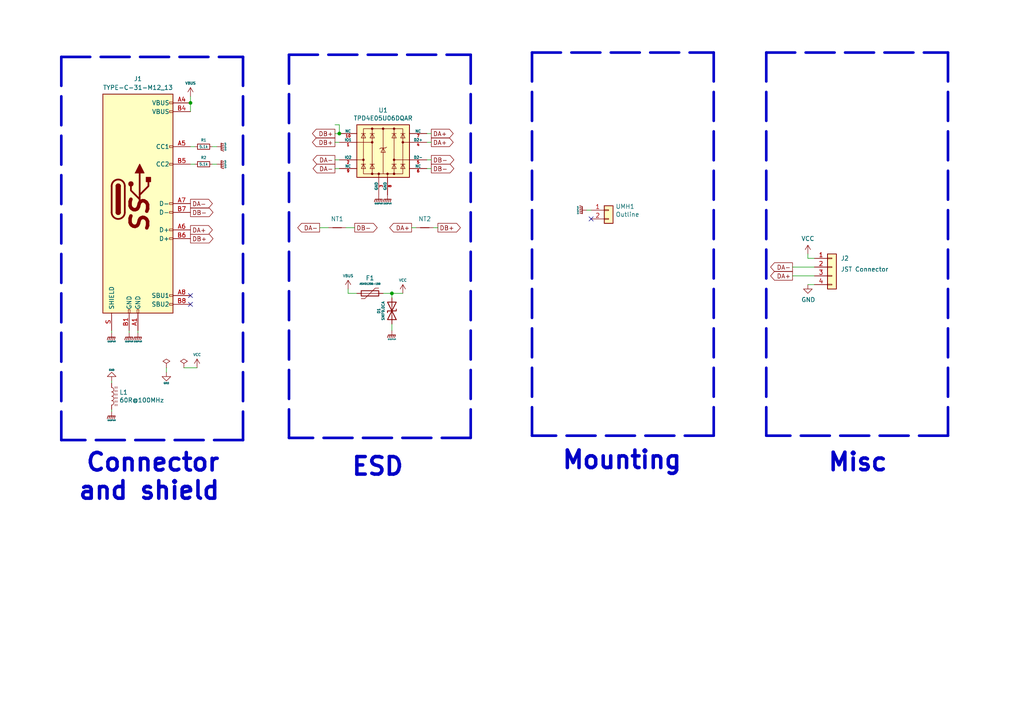
<source format=kicad_sch>
(kicad_sch (version 20211123) (generator eeschema)
  (paper "A4")
  (title_block (title "Unified Daughterboard") (date "2020-03-22") (rev "C3") (company "Designed by the keyboard community"))
  (lib_symbols
    (symbol "Connector_Generic:Conn_01x02" (pin_names (offset 1.016) hide)
      (property "Reference" "J" (at 0 2.54 0))
      (property "Value" "Conn_01x02" (at 0 -5.08 0))
      (symbol "Conn_01x02_1_1"
        (rectangle (start -1.27 -2.413) (end 0 -2.667) (stroke (width 0.1524)))
        (rectangle (start -1.27 0.127) (end 0 -0.127) (stroke (width 0.1524)))
        (rectangle (start -1.27 1.27) (end 1.27 -3.81) (stroke (width 0.254)) (fill (type background)))
        (pin passive line (at -5.08 0 0) (length 3.81) (name "Pin_1") (number "1"))
        (pin passive line (at -5.08 -2.54 0) (length 3.81) (name "Pin_2") (number "2"))
      )
    )
    (symbol "Connector_Generic:Conn_01x04" (pin_names (offset 1.016) hide)
      (property "Reference" "J" (at 0 5.08 0))
      (property "Value" "Conn_01x04" (at 0 -7.62 0))
      (symbol "Conn_01x04_1_1"
        (rectangle (start -1.27 -4.953) (end 0 -5.207) (stroke (width 0.1524)))
        (rectangle (start -1.27 -2.413) (end 0 -2.667) (stroke (width 0.1524)))
        (rectangle (start -1.27 0.127) (end 0 -0.127) (stroke (width 0.1524)))
        (rectangle (start -1.27 2.667) (end 0 2.413) (stroke (width 0.1524)))
        (rectangle (start -1.27 3.81) (end 1.27 -6.35) (stroke (width 0.254)) (fill (type background)))
        (pin passive line (at -5.08 2.54 0) (length 3.81) (name "Pin_1") (number "1"))
        (pin passive line (at -5.08 0 0) (length 3.81) (name "Pin_2") (number "2"))
        (pin passive line (at -5.08 -2.54 0) (length 3.81) (name "Pin_3") (number "3"))
        (pin passive line (at -5.08 -5.08 0) (length 3.81) (name "Pin_4") (number "4"))
      )
    )
    (symbol "Device:D_TVS" (pin_numbers hide) (pin_names (offset 1.016) hide)
      (property "Reference" "D" (at 0 2.54 0))
      (property "Value" "D_TVS" (at 0 -2.54 0))
      (symbol "D_TVS_0_1"
        (polyline (pts (xy 1.27 0) (xy -1.27 0)))
        (polyline (pts (xy 0.508 1.27) (xy 0 1.27) (xy 0 -1.27) (xy -0.508 -1.27)) (stroke (width 0.254)))
        (polyline (pts (xy -2.54 1.27) (xy -2.54 -1.27) (xy 2.54 1.27) (xy 2.54 -1.27) (xy -2.54 1.27)) (stroke (width 0.254)))
      )
      (symbol "D_TVS_1_1"
        (pin passive line (at -3.81 0 0) (length 2.54) (name "A1") (number "1"))
        (pin passive line (at 3.81 0 180) (length 2.54) (name "A2") (number "2"))
      )
    )
    (symbol "Device:L_Ferrite" (pin_numbers hide) (pin_names (offset 1.016) hide)
      (property "Reference" "L" (at -1.27 0 90))
      (property "Value" "L_Ferrite" (at 2.794 0 90))
      (symbol "L_Ferrite_0_1"
        (arc (start 0 -2.54) (mid 0.635 -1.905) (end 0 -1.27))
        (arc (start 0 -1.27) (mid 0.635 -0.635) (end 0 0))
        (polyline (pts (xy 1.016 -2.794) (xy 1.016 -2.286)))
        (polyline (pts (xy 1.016 -1.778) (xy 1.016 -1.27)))
        (polyline (pts (xy 1.016 -0.762) (xy 1.016 -0.254)))
        (polyline (pts (xy 1.016 0.254) (xy 1.016 0.762)))
        (polyline (pts (xy 1.016 1.27) (xy 1.016 1.778)))
        (polyline (pts (xy 1.016 2.286) (xy 1.016 2.794)))
        (polyline (pts (xy 1.524 -2.286) (xy 1.524 -2.794)))
        (polyline (pts (xy 1.524 -1.27) (xy 1.524 -1.778)))
        (polyline (pts (xy 1.524 -0.254) (xy 1.524 -0.762)))
        (polyline (pts (xy 1.524 0.762) (xy 1.524 0.254)))
        (polyline (pts (xy 1.524 1.778) (xy 1.524 1.27)))
        (polyline (pts (xy 1.524 2.794) (xy 1.524 2.286)))
        (arc (start 0 0) (mid 0.635 0.635) (end 0 1.27))
        (arc (start 0 1.27) (mid 0.635 1.905) (end 0 2.54))
      )
      (symbol "L_Ferrite_1_1"
        (pin passive line (at 0 3.81 270) (length 1.27) (name "1") (number "1"))
        (pin passive line (at 0 -3.81 90) (length 1.27) (name "2") (number "2"))
      )
    )
    (symbol "Device:NetTie_2" (pin_numbers hide) (pin_names (offset 0) hide)
      (property "Reference" "NT" (at 0 1.27 0))
      (property "Value" "NetTie_2" (at 0 -1.27 0))
      (symbol "NetTie_2_0_1"
        (polyline (pts (xy -1.27 0) (xy 1.27 0)) (stroke (width 0.254)))
      )
      (symbol "NetTie_2_1_1"
        (pin passive line (at -2.54 0 0) (length 2.54) (name "1") (number "1"))
        (pin passive line (at 2.54 0 180) (length 2.54) (name "2") (number "2"))
      )
    )
    (symbol "Device:Polyfuse" (pin_numbers hide) (pin_names (offset 0))
      (property "Reference" "F" (at -2.54 0 90))
      (property "Value" "Polyfuse" (at 2.54 0 90))
      (symbol "Polyfuse_0_1"
        (rectangle (start -0.762 2.54) (end 0.762 -2.54) (stroke (width 0.254)))
        (polyline (pts (xy 0 2.54) (xy 0 -2.54)))
        (polyline (pts (xy -1.524 2.54) (xy -1.524 1.524) (xy 1.524 -1.524) (xy 1.524 -2.54)))
      )
      (symbol "Polyfuse_1_1"
        (pin passive line (at 0 3.81 270) (length 1.27) (name "~") (number "1"))
        (pin passive line (at 0 -3.81 90) (length 1.27) (name "~") (number "2"))
      )
    )
    (symbol "Device:R_Small" (pin_numbers hide) (pin_names (offset 0.254) hide)
      (property "Reference" "R" (at 0.762 0.508 0))
      (property "Value" "R_Small" (at 0.762 -1.016 0))
      (symbol "R_Small_0_1"
        (rectangle (start -0.762 1.778) (end 0.762 -1.778) (stroke (width 0.2032)))
      )
      (symbol "R_Small_1_1"
        (pin passive line (at 0 2.54 270) (length 0.762) (name "~") (number "1"))
        (pin passive line (at 0 -2.54 90) (length 0.762) (name "~") (number "2"))
      )
    )
    (symbol "acheronSymbols:TPD4E05U06DQAR" (pin_names (offset 0))
      (property "Reference" "U" (at 0 12.7 0))
      (property "Value" "TPD4E05U06DQAR" (at 0 10.16 0))
      (symbol "TPD4E05U06DQAR_0_0"
        (rectangle (start -5.715 6.477) (end 5.715 -6.604))
        (polyline (pts (xy -3.175 -6.604) (xy -3.175 6.477)))
        (polyline (pts (xy 0 6.477) (xy 0 -6.604)))
        (polyline (pts (xy 3.175 6.477) (xy 3.175 -6.604)))
      )
      (symbol "TPD4E05U06DQAR_0_1"
        (rectangle (start -7.62 7.62) (end 7.62 -7.62) (stroke (width 0.254)) (fill (type background)))
        (circle (center -5.715 -2.54) (radius 0.2794) (fill (type outline)))
        (circle (center -3.175 -6.604) (radius 0.2794) (fill (type outline)))
        (circle (center -3.175 2.54) (radius 0.2794) (fill (type outline)))
        (circle (center -3.175 6.477) (radius 0.2794) (fill (type outline)))
        (circle (center -1.27 -6.604) (radius 0.2794) (fill (type outline)))
        (polyline (pts (xy -7.747 2.54) (xy -3.175 2.54)))
        (polyline (pts (xy -7.62 -2.54) (xy -5.715 -2.54)))
        (polyline (pts (xy -5.08 -3.81) (xy -6.35 -3.81)))
        (polyline (pts (xy -5.08 5.08) (xy -6.35 5.08)))
        (polyline (pts (xy -2.54 -3.81) (xy -3.81 -3.81)))
        (polyline (pts (xy -2.54 5.08) (xy -3.81 5.08)))
        (polyline (pts (xy -1.27 -6.604) (xy -1.27 -7.62)))
        (polyline (pts (xy -0.635 0.889) (xy -1.016 0.635)))
        (polyline (pts (xy 0.635 0.889) (xy -0.635 0.889)))
        (polyline (pts (xy 0.635 0.889) (xy 1.016 1.143)))
        (polyline (pts (xy 3.81 -3.81) (xy 2.54 -3.81)))
        (polyline (pts (xy 3.81 5.08) (xy 2.54 5.08)))
        (polyline (pts (xy 6.35 -3.81) (xy 5.08 -3.81)))
        (polyline (pts (xy 6.35 5.08) (xy 5.08 5.08)))
        (polyline (pts (xy 7.62 -2.54) (xy 3.175 -2.54)))
        (polyline (pts (xy 7.62 2.54) (xy 5.715 2.54)))
        (polyline (pts (xy -5.08 -5.08) (xy -6.35 -5.08) (xy -5.715 -3.81) (xy -5.08 -5.08)))
        (polyline (pts (xy -5.08 3.81) (xy -6.35 3.81) (xy -5.715 5.08) (xy -5.08 3.81)))
        (polyline (pts (xy -2.54 -5.08) (xy -3.81 -5.08) (xy -3.175 -3.81) (xy -2.54 -5.08)))
        (polyline (pts (xy -2.54 3.81) (xy -3.81 3.81) (xy -3.175 5.08) (xy -2.54 3.81)))
        (polyline (pts (xy 0.635 -0.381) (xy -0.635 -0.381) (xy 0 0.889) (xy 0.635 -0.381)))
        (polyline (pts (xy 3.81 -5.08) (xy 2.54 -5.08) (xy 3.175 -3.81) (xy 3.81 -5.08)))
        (polyline (pts (xy 3.81 3.81) (xy 2.54 3.81) (xy 3.175 5.08) (xy 3.81 3.81)))
        (polyline (pts (xy 6.35 -5.08) (xy 5.08 -5.08) (xy 5.715 -3.81) (xy 6.35 -5.08)))
        (polyline (pts (xy 6.35 3.81) (xy 5.08 3.81) (xy 5.715 5.08) (xy 6.35 3.81)))
        (circle (center 0 6.477) (radius 0.2794) (fill (type outline)))
        (circle (center 3.175 -6.604) (radius 0.2794) (fill (type outline)))
        (circle (center 3.175 -2.54) (radius 0.2794) (fill (type outline)))
        (circle (center 3.175 6.477) (radius 0.2794) (fill (type outline)))
        (circle (center 5.715 2.54) (radius 0.2794) (fill (type outline)))
      )
      (symbol "TPD4E05U06DQAR_1_1"
        (polyline (pts (xy 1.27 -6.604) (xy 1.27 -7.62)))
        (circle (center 1.27 -6.604) (radius 0.2794) (fill (type outline)))
        (pin bidirectional line (at -12.7 2.54 0) (length 5.08) (name "IO1") (number "1"))
        (pin bidirectional line (at -12.7 5.08 0) (length 5.08) (name "NC") (number "10"))
        (pin bidirectional line (at -12.7 -2.54 0) (length 5.08) (name "IO2") (number "2"))
        (pin power_in line (at -1.27 -12.7 90) (length 5.08) (name "GND") (number "3"))
        (pin bidirectional line (at 12.7 2.54 180) (length 5.08) (name "D2+") (number "4"))
        (pin bidirectional line (at 12.7 -2.54 180) (length 5.08) (name "D2-") (number "5"))
        (pin bidirectional line (at 12.7 -5.08 180) (length 5.08) (name "NC") (number "6"))
        (pin bidirectional line (at 12.7 5.08 180) (length 5.08) (name "NC") (number "7"))
        (pin power_in line (at 1.27 -12.7 90) (length 5.08) (name "GND") (number "8"))
        (pin bidirectional line (at -12.7 -5.08 0) (length 5.08) (name "NC") (number "9"))
      )
    )
    (symbol "acheronSymbols:TYPE-C-31-M12_13" (pin_names (offset 1.016))
      (property "Reference" "J" (at -1.27 35.56 0))
      (property "Value" "TYPE-C-31-M12_13" (at 10.16 33.02 0))
      (symbol "TYPE-C-31-M12_13_0_0"
        (rectangle (start -0.254 -31.75) (end 0.254 -30.734))
        (rectangle (start 10.16 -28.956) (end 9.144 -29.464))
        (rectangle (start 10.16 -26.416) (end 9.144 -26.924))
        (rectangle (start 10.16 -9.906) (end 9.144 -10.414))
        (rectangle (start 10.16 -7.366) (end 9.144 -7.874))
        (rectangle (start 10.16 -2.286) (end 9.144 -2.794))
        (rectangle (start 10.16 0.254) (end 9.144 -0.254))
        (rectangle (start 10.16 11.684) (end 9.144 11.176))
        (rectangle (start 10.16 16.764) (end 9.144 16.256))
        (rectangle (start 10.16 29.464) (end 9.144 28.956))
        (text "SS" (at 0.508 -3.175 900) (effects (font (size 5.08 5.08) bold italic)))
      )
      (symbol "TYPE-C-31-M12_13_0_1"
        (rectangle (start -10.16 31.75) (end 10.16 -31.75) (stroke (width 0.254)) (fill (type background)))
        (arc (start -7.62 -2.54) (mid -5.715 -4.445) (end -3.81 -2.54) (stroke (width 0.508)))
        (arc (start -6.35 -2.54) (mid -5.715 -3.175) (end -5.08 -2.54) (stroke (width 0.254)))
        (arc (start -6.35 -2.54) (mid -5.715 -3.175) (end -5.08 -2.54) (stroke (width 0.254)) (fill (type outline)))
        (rectangle (start -6.35 -2.54) (end -5.08 5.08) (stroke (width 0.254)) (fill (type outline)))
        (arc (start -5.08 5.08) (mid -5.715 5.715) (end -6.35 5.08) (stroke (width 0.254)))
        (arc (start -5.08 5.08) (mid -5.715 5.715) (end -6.35 5.08) (stroke (width 0.254)) (fill (type outline)))
        (arc (start -3.81 5.08) (mid -5.715 6.985) (end -7.62 5.08) (stroke (width 0.508)))
        (circle (center -2.032 5.715) (radius 0.635) (stroke (width 0.254)) (fill (type outline)))
        (polyline (pts (xy -7.62 -2.54) (xy -7.62 5.08)) (stroke (width 0.508)))
        (polyline (pts (xy -3.81 5.08) (xy -3.81 -2.54)) (stroke (width 0.508)))
        (polyline (pts (xy 0.508 0) (xy 0.508 8.89)) (stroke (width 0.508)))
        (polyline (pts (xy 0.508 1.27) (xy -2.032 3.81) (xy -2.032 5.08)) (stroke (width 0.508)))
        (polyline (pts (xy 0.508 2.54) (xy 3.048 5.08) (xy 3.048 6.35)) (stroke (width 0.508)))
        (polyline (pts (xy -0.762 8.89) (xy 0.508 11.43) (xy 1.778 8.89) (xy -0.762 8.89)) (stroke (width 0.254)) (fill (type outline)))
        (rectangle (start 2.413 6.35) (end 3.683 7.62) (stroke (width 0.254)) (fill (type outline)))
      )
      (symbol "TYPE-C-31-M12_13_1_1"
        (rectangle (start -2.794 -31.75) (end -2.286 -30.734))
        (rectangle (start 10.16 26.924) (end 9.144 26.416))
        (pin power_out line (at 0 -36.83 90) (length 5.08) (name "GND") (number "A1"))
        (pin power_out line (at 15.24 29.21 180) (length 5.08) (name "VBUS") (number "A4"))
        (pin bidirectional line (at 15.24 16.51 180) (length 5.08) (name "CC1") (number "A5"))
        (pin bidirectional line (at 15.24 -7.62 180) (length 5.08) (name "D+") (number "A6"))
        (pin bidirectional line (at 15.24 0 180) (length 5.08) (name "D-") (number "A7"))
        (pin bidirectional line (at 15.24 -26.67 180) (length 5.08) (name "SBU1") (number "A8"))
        (pin power_out line (at -2.54 -36.83 90) (length 5.08) (name "GND") (number "B1"))
        (pin power_out line (at 15.24 26.67 180) (length 5.08) (name "VBUS") (number "B4"))
        (pin bidirectional line (at 15.24 11.43 180) (length 5.08) (name "CC2") (number "B5"))
        (pin bidirectional line (at 15.24 -10.16 180) (length 5.08) (name "D+") (number "B6"))
        (pin bidirectional line (at 15.24 -2.54 180) (length 5.08) (name "D-") (number "B7"))
        (pin bidirectional line (at 15.24 -29.21 180) (length 5.08) (name "SBU2") (number "B8"))
        (pin passive line (at -7.62 -36.83 90) (length 5.08) (name "SHIELD") (number "S"))
      )
    )
    (symbol "power:GND" (power) (pin_names (offset 0))
      (property "Value" "GND" (at 0 -3.81 0))
      (symbol "GND_0_1"
        (polyline (pts (xy 0 0) (xy 0 -1.27) (xy 1.27 -1.27) (xy 0 -2.54) (xy -1.27 -1.27) (xy 0 -1.27)))
      )
      (symbol "GND_1_1"
        (pin power_in line (at 0 0 270) (length 0) hide (name "GND") (number "1"))
      )
    )
    (symbol "power:GNDPWR" (power) (pin_names (offset 0))
      (property "Value" "GNDPWR" (at 0 -3.302 0))
      (symbol "GNDPWR_0_1"
        (polyline (pts (xy 0 -1.27) (xy 0 0)))
        (polyline (pts (xy -1.016 -1.27) (xy -1.27 -2.032) (xy -1.27 -2.032)) (stroke (width 0.2032)))
        (polyline (pts (xy -0.508 -1.27) (xy -0.762 -2.032) (xy -0.762 -2.032)) (stroke (width 0.2032)))
        (polyline (pts (xy 0 -1.27) (xy -0.254 -2.032) (xy -0.254 -2.032)) (stroke (width 0.2032)))
        (polyline (pts (xy 0.508 -1.27) (xy 0.254 -2.032) (xy 0.254 -2.032)) (stroke (width 0.2032)))
        (polyline (pts (xy 1.016 -1.27) (xy -1.016 -1.27) (xy -1.016 -1.27)) (stroke (width 0.2032)))
        (polyline (pts (xy 1.016 -1.27) (xy 0.762 -2.032) (xy 0.762 -2.032) (xy 0.762 -2.032)) (stroke (width 0.2032)))
      )
      (symbol "GNDPWR_1_1"
        (pin power_in line (at 0 0 270) (length 0) hide (name "GNDPWR") (number "1"))
      )
    )
    (symbol "power:PWR_FLAG" (power) (pin_numbers hide) (pin_names (offset 0) hide)
      (property "Value" "PWR_FLAG" (at 0 3.81 0))
      (symbol "PWR_FLAG_0_0"
        (pin power_out line (at 0 0 90) (length 0) (name "pwr") (number "1"))
      )
      (symbol "PWR_FLAG_0_1"
        (polyline (pts (xy 0 0) (xy 0 1.27) (xy -1.016 1.905) (xy 0 2.54) (xy 1.016 1.905) (xy 0 1.27)))
      )
    )
    (symbol "power:VBUS" (power) (pin_names (offset 0))
      (property "Value" "VBUS" (at 0 3.81 0))
      (symbol "VBUS_0_1"
        (polyline (pts (xy -0.762 1.27) (xy 0 2.54)))
        (polyline (pts (xy 0 0) (xy 0 2.54)))
        (polyline (pts (xy 0 2.54) (xy 0.762 1.27)))
      )
      (symbol "VBUS_1_1"
        (pin power_in line (at 0 0 90) (length 0) hide (name "VBUS") (number "1"))
      )
    )
    (symbol "power:VCC" (power) (pin_names (offset 0))
      (property "Value" "VCC" (at 0 3.81 0))
      (symbol "VCC_0_1"
        (polyline (pts (xy -0.762 1.27) (xy 0 2.54)))
        (polyline (pts (xy 0 0) (xy 0 2.54)))
        (polyline (pts (xy 0 2.54) (xy 0.762 1.27)))
      )
      (symbol "VCC_1_1"
        (pin power_in line (at 0 0 90) (length 0) hide (name "VCC") (number "1"))
      )
    )
  )
  (junction (at 113.665 85.09))
  (junction (at 55.245 29.845))
  (junction (at 98.425 38.735))
  (no_connect (at 55.245 88.265))
  (no_connect (at 171.45 63.5))
  (no_connect (at 55.245 85.725))
  (wire (pts (xy 37.465 95.885) (xy 37.465 96.52)))
  (wire (pts (xy 97.155 48.895) (xy 98.425 48.895)))
  (wire (pts (xy 97.155 38.735) (xy 98.425 38.735)))
  (wire (pts (xy 100.965 83.82) (xy 100.965 85.09)))
  (wire (pts (xy 32.385 118.745) (xy 32.385 119.38)))
  (polyline (pts (xy 154.305 15.24) (xy 154.305 126.365)) (stroke (width 0.762)))
  (polyline (pts (xy 136.525 15.875) (xy 136.525 127)) (stroke (width 0.762)))
  (wire (pts (xy 234.315 73.66) (xy 234.315 74.93)))
  (wire (pts (xy 100.965 85.09) (xy 103.505 85.09)))
  (wire (pts (xy 97.155 36.195) (xy 98.425 36.195)))
  (polyline (pts (xy 207.01 126.365) (xy 154.305 126.365)) (stroke (width 0.762)))
  (wire (pts (xy 113.665 93.98) (xy 113.665 95.885)))
  (wire (pts (xy 48.26 106.68) (xy 48.26 107.95)))
  (polyline (pts (xy 83.82 15.875) (xy 83.82 127)) (stroke (width 0.762)))
  (polyline (pts (xy 83.82 15.875) (xy 136.525 15.875)) (stroke (width 0.762)))
  (polyline (pts (xy 274.955 15.24) (xy 274.955 126.365)) (stroke (width 0.762)))
  (wire (pts (xy 32.385 95.885) (xy 32.385 96.52)))
  (wire (pts (xy 55.245 29.845) (xy 55.245 32.385)))
  (wire (pts (xy 61.595 42.545) (xy 62.865 42.545)))
  (wire (pts (xy 123.825 46.355) (xy 125.095 46.355)))
  (wire (pts (xy 92.71 66.04) (xy 95.25 66.04)))
  (wire (pts (xy 97.155 41.275) (xy 98.425 41.275)))
  (polyline (pts (xy 17.78 16.51) (xy 17.78 127.635)) (stroke (width 0.762)))
  (wire (pts (xy 55.245 27.94) (xy 55.245 29.845)))
  (wire (pts (xy 55.245 42.545) (xy 56.515 42.545)))
  (polyline (pts (xy 154.305 15.24) (xy 207.01 15.24)) (stroke (width 0.762)))
  (polyline (pts (xy 17.78 16.51) (xy 70.485 16.51)) (stroke (width 0.762)))
  (polyline (pts (xy 136.525 127) (xy 83.82 127)) (stroke (width 0.762)))
  (wire (pts (xy 234.315 74.93) (xy 236.22 74.93)))
  (wire (pts (xy 100.33 66.04) (xy 102.87 66.04)))
  (polyline (pts (xy 70.485 16.51) (xy 70.485 127.635)) (stroke (width 0.762)))
  (wire (pts (xy 123.825 38.735) (xy 125.095 38.735)))
  (wire (pts (xy 55.245 47.625) (xy 56.515 47.625)))
  (wire (pts (xy 123.825 41.275) (xy 125.095 41.275)))
  (wire (pts (xy 32.385 110.49) (xy 32.385 111.125)))
  (wire (pts (xy 170.18 60.96) (xy 171.45 60.96)))
  (polyline (pts (xy 274.955 126.365) (xy 222.25 126.365)) (stroke (width 0.762)))
  (wire (pts (xy 111.125 85.09) (xy 113.665 85.09)))
  (wire (pts (xy 123.825 48.895) (xy 125.095 48.895)))
  (polyline (pts (xy 70.485 127.635) (xy 17.78 127.635)) (stroke (width 0.762)))
  (wire (pts (xy 234.315 82.55) (xy 236.22 82.55)))
  (wire (pts (xy 53.34 106.68) (xy 57.15 106.68)))
  (wire (pts (xy 229.87 80.01) (xy 236.22 80.01)))
  (polyline (pts (xy 222.25 15.24) (xy 274.955 15.24)) (stroke (width 0.762)))
  (wire (pts (xy 98.425 36.195) (xy 98.425 38.735)))
  (wire (pts (xy 113.665 85.09) (xy 116.84 85.09)))
  (wire (pts (xy 61.595 47.625) (xy 62.865 47.625)))
  (polyline (pts (xy 222.25 15.24) (xy 222.25 126.365)) (stroke (width 0.762)))
  (polyline (pts (xy 207.01 15.24) (xy 207.01 126.365)) (stroke (width 0.762)))
  (wire (pts (xy 40.005 95.885) (xy 40.005 96.52)))
  (wire (pts (xy 229.87 77.47) (xy 236.22 77.47)))
  (wire (pts (xy 119.38 66.04) (xy 120.65 66.04)))
  (wire (pts (xy 97.155 46.355) (xy 98.425 46.355)))
  (wire (pts (xy 125.73 66.04) (xy 127 66.04)))
  (wire (pts (xy 113.665 85.09) (xy 113.665 86.36)))
  (text "Misc" (at 257.81 137.16 180) (effects (font (size 5.08 5.08) (thickness 1.016) bold) (justify right bottom)))
  (text "ESD" (at 117.475 138.43 180) (effects (font (size 5.08 5.08) (thickness 1.016) bold) (justify right bottom)))
  (text "Mounting" (at 198.12 136.525 180) (effects (font (size 5.08 5.08) (thickness 1.016) bold) (justify right bottom)))
  (text "Connector\nand shield" (at 64.135 145.415 180) (effects (font (size 5.08 5.08) (thickness 1.016) bold) (justify right bottom)))
  (global_label "DB+" (shape output) (at 127 66.04 0) (property "Intersheet References" "${INTERSHEET_REFS}" (effects hide)))
  (global_label "DA-" (shape output) (at 97.155 48.895 180) (property "Intersheet References" "${INTERSHEET_REFS}" (effects hide)))
  (global_label "DA-" (shape output) (at 229.87 77.47 180) (property "Intersheet References" "${INTERSHEET_REFS}" (effects hide)))
  (global_label "DA-" (shape output) (at 97.155 46.355 180) (property "Intersheet References" "${INTERSHEET_REFS}" (effects hide)))
  (global_label "DA-" (shape output) (at 55.245 59.055 0) (property "Intersheet References" "${INTERSHEET_REFS}" (effects hide)))
  (global_label "DA+" (shape output) (at 119.38 66.04 180) (property "Intersheet References" "${INTERSHEET_REFS}" (effects hide)))
  (global_label "DA-" (shape output) (at 92.71 66.04 180) (property "Intersheet References" "${INTERSHEET_REFS}" (effects hide)))
  (global_label "DB-" (shape output) (at 125.095 46.355 0) (property "Intersheet References" "${INTERSHEET_REFS}" (effects hide)))
  (global_label "DB-" (shape output) (at 102.87 66.04 0) (property "Intersheet References" "${INTERSHEET_REFS}" (effects hide)))
  (global_label "DB+" (shape output) (at 55.245 69.215 0) (property "Intersheet References" "${INTERSHEET_REFS}" (effects hide)))
  (global_label "DB-" (shape output) (at 55.245 61.595 0) (property "Intersheet References" "${INTERSHEET_REFS}" (effects hide)))
  (global_label "DA+" (shape output) (at 229.87 80.01 180) (property "Intersheet References" "${INTERSHEET_REFS}" (effects hide)))
  (global_label "DA+" (shape output) (at 125.095 41.275 0) (property "Intersheet References" "${INTERSHEET_REFS}" (effects hide)))
  (global_label "DA+" (shape output) (at 125.095 38.735 0) (property "Intersheet References" "${INTERSHEET_REFS}" (effects hide)))
  (global_label "DA+" (shape output) (at 55.245 66.675 0) (property "Intersheet References" "${INTERSHEET_REFS}" (effects hide)))
  (global_label "DB+" (shape output) (at 97.155 38.735 180) (property "Intersheet References" "${INTERSHEET_REFS}" (effects hide)))
  (global_label "DB+" (shape output) (at 97.155 41.275 180) (property "Intersheet References" "${INTERSHEET_REFS}" (effects hide)))
  (global_label "DB-" (shape output) (at 125.095 48.895 0) (property "Intersheet References" "${INTERSHEET_REFS}" (effects hide)))
  (symbol (lib_id "Connector_Generic:Conn_01x04") (at 241.3 77.47 0) (unit 1)
    (property "Reference" "J2" (at 243.84 74.93 0) (effects (justify left)))
    (property "Value" "JST Connector" (at 243.84 78.105 0) (effects (justify left)))
    (property "Footprint" "nopun-keyboard-parts:Jushuo-AFC10-SO4QCC-00-4x1-SMD-connector" (effects hide))
    (property "Manufacturer" "JST Sales America" (effects hide))
    (property "Manufacturer Part No" "SM04B-SRSS-TB(LF)(SN)" (effects hide))
    (property "LCSC Part No" "C160404" (effects hide))
  )
  (symbol (lib_id "Device:R_Small") (at 59.055 42.545 90) (unit 1)
    (property "Reference" "R1" (at 59.055 40.64 90) (effects (font (size 0.762 0.762))))
    (property "Value" "5.1k" (at 59.055 42.545 90) (effects (font (size 0.762 0.762))))
    (property "Footprint" "Resistors_SMD:R_0603" (effects hide))
    (property "Package" "R0603" (effects hide))
  )
  (symbol (lib_id "Device:R_Small") (at 59.055 47.625 90) (unit 1)
    (property "Reference" "R2" (at 59.055 45.72 90) (effects (font (size 0.762 0.762))))
    (property "Value" "5.1k" (at 59.055 47.625 90) (effects (font (size 0.762 0.762))))
    (property "Footprint" "Resistors_SMD:R_0603" (effects hide))
    (property "Package" "R0603" (effects hide))
  )
  (symbol (lib_id "power:GND") (at 234.315 82.55 0) (unit 1)
    (property "Reference" "#PWR0104" (effects hide))
    (property "Value" "GND" (at 234.442 86.9442 0))
  )
  (symbol (lib_id "Device:D_TVS") (at 113.665 90.17 270) (mirror x) (unit 1)
    (property "Reference" "D1" (at 109.855 90.17 0) (effects (font (size 0.762 0.762))))
    (property "Value" "SMF9.0CA" (at 111.125 90.17 0) (effects (font (size 0.762 0.762))))
    (property "Footprint" "acheron_Components:D_SOD-123_Bidirectional" (effects hide))
    (property "Package" "SOD-123F-B" (effects hide))
    (property "Manufacturer" "Microdiode Electronics" (effects hide))
    (property "Manufacturer Part No" "SMF9.0CA" (effects hide))
    (property "LCSC Part No" "C123799" (effects hide))
  )
  (symbol (lib_id "acheronSymbols:TYPE-C-31-M12_13") (at 40.005 59.055 0) (unit 1)
    (property "Reference" "J1" (at 40.005 22.86 0))
    (property "Value" "TYPE-C-31-M12_13" (at 40.005 25.4 0))
    (property "Footprint" "acheron_Connectors:TYPE-C-31-M-12" (effects hide))
    (property "Manufacturer" "Korean Hroparts" (effects hide))
    (property "Manufacturer Part No" "TYPE-C-31-M-12" (effects hide))
    (property "LCSC Part No" "C165948" (effects hide))
  )
  (symbol (lib_id "power:GNDPWR") (at 32.385 96.52 0) (unit 1)
    (property "Reference" "#PWR0106" (effects hide))
    (property "Value" "GNDPWR" (at 32.385 99.06 0) (effects (font (size 0.381 0.381))))
  )
  (symbol (lib_id "power:GNDPWR") (at 37.465 96.52 0) (unit 1)
    (property "Reference" "#PWR0107" (effects hide))
    (property "Value" "GNDPWR" (at 37.465 99.06 0) (effects (font (size 0.381 0.381))))
  )
  (symbol (lib_id "power:VBUS") (at 55.245 27.94 0) (unit 1)
    (property "Reference" "#PWR0113" (effects hide))
    (property "Value" "VBUS" (at 55.245 24.13 0) (effects (font (size 0.762 0.762))))
  )
  (symbol (lib_id "power:GNDPWR") (at 40.005 96.52 0) (unit 1)
    (property "Reference" "#PWR0105" (effects hide))
    (property "Value" "GNDPWR" (at 40.005 99.06 0) (effects (font (size 0.381 0.381))))
  )
  (symbol (lib_id "power:GNDPWR") (at 62.865 42.545 90) (unit 1)
    (property "Reference" "#PWR0102" (effects hide))
    (property "Value" "GNDPWR" (at 65.405 42.545 0) (effects (font (size 0.381 0.381))))
  )
  (symbol (lib_id "power:GNDPWR") (at 62.865 47.625 90) (unit 1)
    (property "Reference" "#PWR0101" (effects hide))
    (property "Value" "GNDPWR" (at 65.405 47.625 0) (effects (font (size 0.381 0.381))))
  )
  (symbol (lib_id "acheronSymbols:TPD4E05U06DQAR") (at 111.125 43.815 0) (unit 1)
    (property "Reference" "U1" (at 111.125 31.9786 0))
    (property "Value" "TPD4E05U06DQAR" (at 111.125 34.29 0))
    (property "Footprint" "acheron_Components:USON-10_2.5x1.0mm_P0.5mm" (effects hide))
    (property "Manufacturer" "Texas Instruments" (effects hide))
    (property "Manufacturer Part No" "TPD4E05U06DQAR" (effects hide))
    (property "LCSC Part No" "C138714" (effects hide))
    (property "Package" "uSON-10" (effects hide))
  )
  (symbol (lib_id "power:GNDPWR") (at 113.665 95.885 0) (unit 1)
    (property "Reference" "#PWR0114" (effects hide))
    (property "Value" "GNDPWR" (at 113.665 98.425 0) (effects (font (size 0.381 0.381))))
  )
  (symbol (lib_id "power:VBUS") (at 100.965 83.82 0) (unit 1)
    (property "Reference" "#PWR0115" (effects hide))
    (property "Value" "VBUS" (at 100.965 80.01 0) (effects (font (size 0.762 0.762))))
  )
  (symbol (lib_id "Device:Polyfuse") (at 107.315 85.09 90) (unit 1)
    (property "Reference" "F1" (at 107.315 80.645 90))
    (property "Value" "ASMD1206-150" (at 107.315 82.3214 90) (effects (font (size 0.508 0.508))))
    (property "Footprint" "Fuse:Fuse_1206_3216Metric" (effects hide))
    (property "Manufacturer" "Shenzhen JDT Fuse" (effects hide))
    (property "Manufacturer Part No" "ASMD1206-150" (effects hide))
    (property "LCSC Part No" "C135342" (effects hide))
    (property "Package" "F1206" (effects hide))
  )
  (symbol (lib_id "power:GNDPWR") (at 109.855 56.515 0) (unit 1)
    (property "Reference" "#PWR0111" (effects hide))
    (property "Value" "GNDPWR" (at 109.855 59.055 0) (effects (font (size 0.381 0.381))))
  )
  (symbol (lib_id "power:VCC") (at 116.84 85.09 0) (unit 1)
    (property "Reference" "#PWR0119" (effects hide))
    (property "Value" "VCC" (at 116.84 81.28 0) (effects (font (size 0.762 0.762))))
  )
  (symbol (lib_id "power:GNDPWR") (at 112.395 56.515 0) (unit 1)
    (property "Reference" "#PWR0112" (effects hide))
    (property "Value" "GNDPWR" (at 112.395 59.055 0) (effects (font (size 0.381 0.381))))
  )
  (symbol (lib_id "power:VCC") (at 234.315 73.66 0) (unit 1)
    (property "Reference" "#PWR0103" (effects hide))
    (property "Value" "VCC" (at 234.315 69.215 0))
  )
  (symbol (lib_id "Device:L_Ferrite") (at 32.385 114.935 0) (unit 1)
    (property "Reference" "L1" (at 34.6202 113.792 0) (effects (justify left)))
    (property "Value" "60R@100MHz" (at 34.6202 116.078 0) (effects (justify left)))
    (property "Footprint" "Inductor_SMD:L_1206_3216Metric" (effects hide))
    (property "Manufacturer" "MELED Industrial" (effects hide))
    (property "Manufacturer Part No" "MLB3216-600P4A(f)" (effects hide))
    (property "LCSC Part No" "C33600" (effects hide))
    (property "Package" "L1206" (effects hide))
  )
  (symbol (lib_id "power:GNDPWR") (at 32.385 119.38 0) (unit 1)
    (property "Reference" "#PWR0108" (effects hide))
    (property "Value" "GNDPWR" (at 32.385 121.92 0) (effects (font (size 0.381 0.381))))
  )
  (symbol (lib_id "power:GND") (at 32.385 110.49 180) (unit 1)
    (property "Reference" "#PWR0109" (effects hide))
    (property "Value" "GND" (at 32.385 107.315 0) (effects (font (size 0.508 0.508))))
  )
  (symbol (lib_id "power:VCC") (at 57.15 106.68 0) (unit 1)
    (property "Reference" "#PWR0117" (effects hide))
    (property "Value" "VCC" (at 57.15 102.87 0) (effects (font (size 0.762 0.762))))
  )
  (symbol (lib_id "Device:NetTie_2") (at 123.19 66.04 0) (unit 1)
    (property "Reference" "NT2" (at 123.19 63.5 0))
    (property "Value" "NetTie_2" (effects hide))
    (property "Footprint" "nopun-keyboard-parts:NetTie-2_SMD_Tiny" (effects hide))
  )
  (symbol (lib_id "power:GNDPWR") (at 170.18 60.96 270) (unit 1)
    (property "Reference" "#PWR0110" (effects hide))
    (property "Value" "GNDPWR" (at 167.64 60.96 0) (effects (font (size 0.381 0.381))))
  )
  (symbol (lib_id "Device:NetTie_2") (at 97.79 66.04 0) (unit 1)
    (property "Reference" "NT1" (at 97.79 63.5 0))
    (property "Value" "NetTie_2" (effects hide))
    (property "Footprint" "nopun-keyboard-parts:NetTie-2_SMD_Tiny" (effects hide))
  )
  (symbol (lib_id "power:GND") (at 48.26 107.95 0) (unit 1)
    (property "Reference" "#PWR0116" (effects hide))
    (property "Value" "GND" (at 48.26 111.125 0) (effects (font (size 0.508 0.508))))
  )
  (symbol (lib_id "power:PWR_FLAG") (at 48.26 106.68 0) (unit 1)
    (property "Reference" "#FLG0101" (effects hide))
    (property "Value" "PWR_FLAG" (effects hide))
  )
  (symbol (lib_id "Connector_Generic:Conn_01x02") (at 176.53 60.96 0) (unit 1)
    (property "Reference" "UMH1" (at 178.5366 59.8932 0) (effects (justify left)))
    (property "Value" "Outline" (at 178.5366 62.2046 0) (effects (justify left)))
    (property "Footprint" "nopun-keyboard-parts:leopold_db_outline" (effects hide))
  )
  (symbol (lib_id "power:PWR_FLAG") (at 53.34 106.68 0) (unit 1)
    (property "Reference" "#FLG0102" (effects hide))
    (property "Value" "PWR_FLAG" (effects hide))
  )
)
</source>
